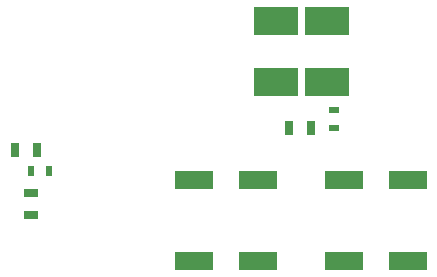
<source format=gtp>
G04 DipTrace Beta 2.9.0.1*
G04 OPA541APBreakout.GTP*
%MOIN*%
G04 #@! TF.FileFunction,Paste,Top*
G04 #@! TF.Part,Single*
%ADD20R,0.023622X0.035433*%
%ADD21R,0.035433X0.023622*%
%ADD22R,0.125984X0.062992*%
%ADD24R,0.027559X0.051181*%
%ADD25R,0.145669X0.096457*%
%ADD26R,0.051181X0.027559*%
%FSLAX26Y26*%
G04*
G70*
G90*
G75*
G01*
G04 TopPaste*
%LPD*%
D20*
X100000Y430000D3*
X159055D3*
D21*
X1109528Y634528D3*
Y575472D3*
D22*
X1355000Y400000D3*
X1142402D3*
X1356299Y131000D3*
X1143701D3*
X856299D3*
X643701D3*
X855000Y400000D3*
X642402D3*
D24*
X1034803Y575000D3*
X960000D3*
D25*
X915000Y930000D3*
Y727244D3*
X1085000Y930000D3*
Y727244D3*
D26*
X100000Y357402D3*
Y282598D3*
D24*
X45000Y500000D3*
X119803D3*
M02*

</source>
